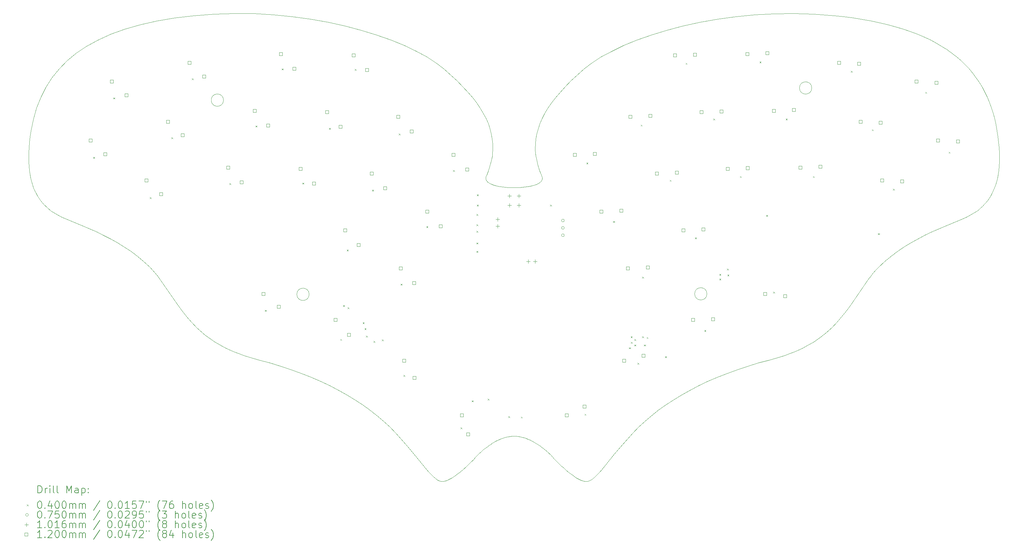
<source format=gbr>
%TF.GenerationSoftware,KiCad,Pcbnew,6.0.11-3.fc36*%
%TF.CreationDate,2023-03-08T22:01:14-05:00*%
%TF.ProjectId,moth,6d6f7468-2e6b-4696-9361-645f70636258,v1.0.0*%
%TF.SameCoordinates,Original*%
%TF.FileFunction,Drillmap*%
%TF.FilePolarity,Positive*%
%FSLAX45Y45*%
G04 Gerber Fmt 4.5, Leading zero omitted, Abs format (unit mm)*
G04 Created by KiCad (PCBNEW 6.0.11-3.fc36) date 2023-03-08 22:01:14*
%MOMM*%
%LPD*%
G01*
G04 APERTURE LIST*
%ADD10C,0.100000*%
%ADD11C,0.050000*%
%ADD12C,0.200000*%
%ADD13C,0.040000*%
%ADD14C,0.075000*%
%ADD15C,0.101600*%
%ADD16C,0.120000*%
G04 APERTURE END LIST*
D10*
X13255436Y-8724015D02*
X13780568Y-8753105D01*
X14293673Y-8802817D01*
X14792218Y-8871470D01*
X15273671Y-8957382D01*
X15735500Y-9058872D01*
X16175172Y-9174259D01*
X16590154Y-9301862D01*
X16977916Y-9439999D01*
X17335923Y-9586989D01*
X17661644Y-9741150D01*
X17952546Y-9900802D01*
X18206096Y-10064263D01*
X18419764Y-10229852D01*
X18604700Y-10393526D01*
X18774019Y-10552645D01*
X18928125Y-10707627D01*
X19067423Y-10858893D01*
X19192320Y-11006862D01*
X19303219Y-11151953D01*
X19400528Y-11294587D01*
X19484650Y-11435183D01*
X19555992Y-11574160D01*
X19614958Y-11711938D01*
X19661955Y-11848937D01*
X19697387Y-11985576D01*
X19721661Y-12122275D01*
X19735180Y-12259453D01*
X19738351Y-12397531D01*
X19731579Y-12536927D01*
X19724404Y-12585890D01*
X19710925Y-12653644D01*
X19692501Y-12733999D01*
X19670487Y-12820766D01*
X19646241Y-12907756D01*
X19621119Y-12988781D01*
X19608654Y-13025122D01*
X19596478Y-13057651D01*
X19584762Y-13085593D01*
X19573675Y-13108176D01*
X19562258Y-13132606D01*
X19554682Y-13155906D01*
X19550779Y-13178099D01*
X19550380Y-13199210D01*
X19553317Y-13219264D01*
X19559420Y-13238284D01*
X19568522Y-13256295D01*
X19580453Y-13273321D01*
X19595046Y-13289385D01*
X19612130Y-13304513D01*
X19631538Y-13318729D01*
X19653101Y-13332056D01*
X19702017Y-13356141D01*
X19757529Y-13376964D01*
X19818287Y-13394717D01*
X19882941Y-13409594D01*
X19950143Y-13421788D01*
X20018544Y-13431494D01*
X20086793Y-13438904D01*
X20153541Y-13444213D01*
X20277140Y-13449299D01*
X20353338Y-13449299D01*
X20413030Y-13447665D01*
X20476908Y-13444406D01*
X20543624Y-13439308D01*
X20611832Y-13432156D01*
X20680182Y-13422735D01*
X20747330Y-13410832D01*
X20811925Y-13396233D01*
X20872622Y-13378722D01*
X20901088Y-13368808D01*
X20928073Y-13358086D01*
X20953410Y-13346529D01*
X20976930Y-13334110D01*
X20998465Y-13320803D01*
X21017847Y-13306580D01*
X21034906Y-13291415D01*
X21049474Y-13275282D01*
X21061384Y-13258153D01*
X21070466Y-13240001D01*
X21076552Y-13220800D01*
X21079474Y-13200523D01*
X21079064Y-13179143D01*
X21075152Y-13156634D01*
X21067571Y-13132968D01*
X21056151Y-13108119D01*
X21045077Y-13084756D01*
X21033397Y-13056244D01*
X21021276Y-13023335D01*
X21008882Y-12986781D01*
X20983939Y-12905742D01*
X20959898Y-12819137D01*
X20938089Y-12732979D01*
X20919843Y-12653279D01*
X20906491Y-12586049D01*
X20902066Y-12558988D01*
X20899363Y-12537299D01*
X20892585Y-12397899D01*
X20895742Y-12259809D01*
X20909238Y-12122612D01*
X20933481Y-11985889D01*
X20968878Y-11849221D01*
X21015836Y-11712191D01*
X21074760Y-11574379D01*
X21146058Y-11435367D01*
X21230137Y-11294737D01*
X21327404Y-11152070D01*
X21438264Y-11006947D01*
X21563125Y-10858950D01*
X21702394Y-10707660D01*
X21856477Y-10552660D01*
X22025781Y-10393529D01*
X22210713Y-10229851D01*
X22424380Y-10064314D01*
X22677931Y-9900996D01*
X22968833Y-9741557D01*
X23294554Y-9587657D01*
X23652561Y-9440957D01*
X24040322Y-9303116D01*
X24455305Y-9175796D01*
X24894977Y-9060657D01*
X25356806Y-8959358D01*
X25838259Y-8873561D01*
X26336804Y-8804925D01*
X26849909Y-8755112D01*
X27375041Y-8725781D01*
X27909667Y-8718594D01*
X28451256Y-8735209D01*
X28997275Y-8777288D01*
X29265999Y-8807268D01*
X29524876Y-8841832D01*
X29774048Y-8880956D01*
X30013660Y-8924619D01*
X30243853Y-8972799D01*
X30464772Y-9025474D01*
X30676558Y-9082624D01*
X30879356Y-9144224D01*
X31073307Y-9210255D01*
X31258556Y-9280694D01*
X31435245Y-9355519D01*
X31603516Y-9434709D01*
X31763514Y-9518242D01*
X31915381Y-9606095D01*
X32059260Y-9698248D01*
X32195295Y-9794678D01*
X32323627Y-9895363D01*
X32444400Y-10000283D01*
X32557758Y-10109414D01*
X32663843Y-10222735D01*
X32762798Y-10340225D01*
X32854766Y-10461862D01*
X32939891Y-10587623D01*
X33018314Y-10717487D01*
X33090180Y-10851432D01*
X33155632Y-10989436D01*
X33214811Y-11131478D01*
X33267862Y-11277536D01*
X33314927Y-11427588D01*
X33356150Y-11581612D01*
X33391672Y-11739586D01*
X33421638Y-11901489D01*
X33421633Y-11901489D01*
X33445894Y-12061531D01*
X33464364Y-12214071D01*
X33477279Y-12359308D01*
X33484875Y-12497443D01*
X33487390Y-12628675D01*
X33485058Y-12753203D01*
X33478117Y-12871228D01*
X33466802Y-12982948D01*
X33451351Y-13088565D01*
X33431998Y-13188277D01*
X33408982Y-13282283D01*
X33382538Y-13370785D01*
X33352901Y-13453981D01*
X33320310Y-13532072D01*
X33285000Y-13605256D01*
X33247206Y-13673734D01*
X33207167Y-13737705D01*
X33165117Y-13797370D01*
X33121294Y-13852927D01*
X33075933Y-13904576D01*
X33029272Y-13952517D01*
X32981545Y-13996951D01*
X32932990Y-14038075D01*
X32883843Y-14076091D01*
X32784717Y-14143595D01*
X32686059Y-14201060D01*
X32589759Y-14250084D01*
X32497707Y-14292264D01*
X31986038Y-14500251D01*
X31648831Y-14648977D01*
X31468382Y-14735671D01*
X31283272Y-14831022D01*
X31095930Y-14935359D01*
X30908783Y-15049009D01*
X30724259Y-15172300D01*
X30544786Y-15305561D01*
X30372792Y-15449118D01*
X30210704Y-15603301D01*
X30134134Y-15684479D01*
X30060951Y-15768436D01*
X29991458Y-15855213D01*
X29925959Y-15944852D01*
X29448742Y-16637274D01*
X29329595Y-16797805D01*
X29206087Y-16952706D01*
X29076008Y-17101677D01*
X28937146Y-17244418D01*
X28787289Y-17380630D01*
X28624226Y-17510011D01*
X28445745Y-17632263D01*
X28249635Y-17747085D01*
X28144278Y-17801616D01*
X28033684Y-17854177D01*
X27917577Y-17904731D01*
X27795681Y-17953240D01*
X27667719Y-17999666D01*
X27533415Y-18043973D01*
X27244673Y-18126076D01*
X26945791Y-18207033D01*
X26654737Y-18294429D01*
X26371747Y-18388118D01*
X26097059Y-18487952D01*
X25830911Y-18593787D01*
X25573538Y-18705474D01*
X25325179Y-18822868D01*
X25086070Y-18945822D01*
X24856449Y-19074190D01*
X24636553Y-19207825D01*
X24426620Y-19346580D01*
X24226886Y-19490310D01*
X24037588Y-19638867D01*
X23858964Y-19792105D01*
X23691251Y-19949878D01*
X23534686Y-20112039D01*
X23390750Y-20271158D01*
X23260089Y-20419909D01*
X23141693Y-20558308D01*
X23034549Y-20686368D01*
X22698272Y-21095497D01*
X22632219Y-21172071D01*
X22571350Y-21238390D01*
X22542543Y-21267708D01*
X22514652Y-21294468D01*
X22487552Y-21318671D01*
X22461115Y-21340319D01*
X22435215Y-21359413D01*
X22409726Y-21375956D01*
X22384521Y-21389949D01*
X22359475Y-21401394D01*
X22334459Y-21410292D01*
X22309349Y-21416646D01*
X22284017Y-21420457D01*
X22258337Y-21421727D01*
X22231589Y-21419965D01*
X22203243Y-21414828D01*
X22173460Y-21406541D01*
X22142400Y-21395329D01*
X22110224Y-21381417D01*
X22077092Y-21365031D01*
X22043165Y-21346394D01*
X22008603Y-21325733D01*
X21938217Y-21279236D01*
X21867217Y-21227339D01*
X21796886Y-21171842D01*
X21728509Y-21114546D01*
X21663368Y-21057249D01*
X21602749Y-21001752D01*
X21500206Y-20903358D01*
X21405849Y-20807364D01*
X21319901Y-20713378D01*
X21219247Y-20616742D01*
X21156477Y-20562092D01*
X21086167Y-20505539D01*
X21008879Y-20448818D01*
X20925181Y-20393666D01*
X20835637Y-20341821D01*
X20740811Y-20295021D01*
X20691595Y-20274055D01*
X20641270Y-20255001D01*
X20589907Y-20238077D01*
X20537577Y-20223500D01*
X20484351Y-20211486D01*
X20430299Y-20202254D01*
X20375492Y-20196019D01*
X20320000Y-20193000D01*
X20264927Y-20195600D01*
X20210486Y-20201469D01*
X20156749Y-20210387D01*
X20103790Y-20222133D01*
X20051682Y-20236489D01*
X20000499Y-20253234D01*
X19950313Y-20272148D01*
X19901198Y-20293013D01*
X19853227Y-20315607D01*
X19806474Y-20339712D01*
X19761011Y-20365108D01*
X19716912Y-20391574D01*
X19674250Y-20418892D01*
X19633098Y-20446841D01*
X19555620Y-20503754D01*
X19485061Y-20560555D01*
X19422009Y-20615487D01*
X19367050Y-20666791D01*
X19320769Y-20712709D01*
X19256587Y-20781356D01*
X19234151Y-20807364D01*
X19139794Y-20903358D01*
X19037251Y-21001752D01*
X18911492Y-21114546D01*
X18843114Y-21171842D01*
X18772784Y-21227339D01*
X18701783Y-21279236D01*
X18631397Y-21325733D01*
X18562908Y-21365031D01*
X18529776Y-21381417D01*
X18497600Y-21395329D01*
X18466540Y-21406541D01*
X18436757Y-21414828D01*
X18408411Y-21419965D01*
X18381663Y-21421727D01*
X18330651Y-21416646D01*
X18280525Y-21401394D01*
X18230274Y-21375956D01*
X18178885Y-21340319D01*
X18125348Y-21294468D01*
X18068650Y-21238390D01*
X18007781Y-21172071D01*
X17941728Y-21095497D01*
X17605451Y-20686368D01*
X17379911Y-20419909D01*
X17249251Y-20271158D01*
X17105314Y-20112039D01*
X16948749Y-19949878D01*
X16781036Y-19792105D01*
X16602412Y-19638867D01*
X16413114Y-19490310D01*
X16213380Y-19346580D01*
X16003446Y-19207825D01*
X15783551Y-19074190D01*
X15553930Y-18945822D01*
X15314821Y-18822868D01*
X15066462Y-18705474D01*
X14809089Y-18593787D01*
X14542940Y-18487952D01*
X14268252Y-18388118D01*
X13985263Y-18294429D01*
X13694208Y-18207033D01*
X13395326Y-18126076D01*
X13247508Y-18086122D01*
X13106585Y-18043973D01*
X12972280Y-17999667D01*
X12844318Y-17953240D01*
X12722422Y-17904732D01*
X12606315Y-17854178D01*
X12495722Y-17801617D01*
X12390364Y-17747086D01*
X12289968Y-17690622D01*
X12194254Y-17632264D01*
X12102948Y-17572048D01*
X12015773Y-17510012D01*
X11932453Y-17446194D01*
X11852710Y-17380630D01*
X11702853Y-17244419D01*
X11563990Y-17101678D01*
X11433911Y-16952707D01*
X11310404Y-16797806D01*
X11191256Y-16637275D01*
X10714039Y-15944852D01*
X10648121Y-15855632D01*
X10578262Y-15769221D01*
X10504764Y-15685578D01*
X10427926Y-15604668D01*
X10348050Y-15526450D01*
X10265437Y-15450886D01*
X10093202Y-15307569D01*
X9913629Y-15174410D01*
X9729122Y-15051101D01*
X9542091Y-14937336D01*
X9354941Y-14832807D01*
X9170079Y-14737208D01*
X8989912Y-14650232D01*
X8653291Y-14500920D01*
X8142289Y-14292264D01*
X8048561Y-14250084D01*
X7950794Y-14201060D01*
X7850864Y-14143595D01*
X7750648Y-14076091D01*
X7652022Y-13996950D01*
X7556864Y-13904575D01*
X7467050Y-13797369D01*
X7384456Y-13673734D01*
X7346453Y-13605256D01*
X7310960Y-13532071D01*
X7278209Y-13453981D01*
X7248437Y-13370785D01*
X7221877Y-13282283D01*
X7198764Y-13188276D01*
X7179333Y-13088565D01*
X7163819Y-12982948D01*
X7152455Y-12871228D01*
X7145477Y-12753203D01*
X7143119Y-12628675D01*
X7145615Y-12497443D01*
X7153201Y-12359308D01*
X7166110Y-12214071D01*
X7184578Y-12061531D01*
X7208839Y-11901489D01*
X7274328Y-11581664D01*
X7362616Y-11277732D01*
X7474846Y-10989845D01*
X7612163Y-10718157D01*
X7775711Y-10462821D01*
X7966635Y-10223992D01*
X8186077Y-10001822D01*
X8435183Y-9796465D01*
X8715096Y-9608074D01*
X9026961Y-9436803D01*
X9371921Y-9282806D01*
X9751121Y-9146235D01*
X10165705Y-9027245D01*
X10616817Y-8925988D01*
X11105601Y-8842619D01*
X11633202Y-8777290D01*
X12179221Y-8734426D01*
X12720810Y-8717228D01*
X13255436Y-8724015D01*
D11*
X14757400Y-16344900D02*
G75*
G03*
X14757400Y-16344900I-167042J0D01*
G01*
X25552400Y-16332200D02*
G75*
G03*
X25552400Y-16332200I-167042J0D01*
G01*
X12433300Y-11074400D02*
G75*
G03*
X12433300Y-11074400I-167042J0D01*
G01*
X28397200Y-10744200D02*
G75*
G03*
X28397200Y-10744200I-167042J0D01*
G01*
D12*
D13*
X8895400Y-12616500D02*
X8935400Y-12656500D01*
X8935400Y-12616500D02*
X8895400Y-12656500D01*
X9441500Y-11003600D02*
X9481500Y-11043600D01*
X9481500Y-11003600D02*
X9441500Y-11043600D01*
X10432100Y-13708700D02*
X10472100Y-13748700D01*
X10472100Y-13708700D02*
X10432100Y-13748700D01*
X11016300Y-12083100D02*
X11056300Y-12123100D01*
X11056300Y-12083100D02*
X11016300Y-12123100D01*
X11575100Y-10482900D02*
X11615100Y-10522900D01*
X11615100Y-10482900D02*
X11575100Y-10522900D01*
X12591100Y-13327700D02*
X12631100Y-13367700D01*
X12631100Y-13327700D02*
X12591100Y-13367700D01*
X13302300Y-11765600D02*
X13342300Y-11805600D01*
X13342300Y-11765600D02*
X13302300Y-11805600D01*
X13556300Y-16769400D02*
X13596300Y-16809400D01*
X13596300Y-16769400D02*
X13556300Y-16809400D01*
X14013500Y-10216200D02*
X14053500Y-10256200D01*
X14053500Y-10216200D02*
X14013500Y-10256200D01*
X14572300Y-13315000D02*
X14612300Y-13355000D01*
X14612300Y-13315000D02*
X14572300Y-13355000D01*
X15296200Y-11829100D02*
X15336200Y-11869100D01*
X15336200Y-11829100D02*
X15296200Y-11869100D01*
X15601000Y-17556800D02*
X15641000Y-17596800D01*
X15641000Y-17556800D02*
X15601000Y-17596800D01*
X15678477Y-16641123D02*
X15718477Y-16681123D01*
X15718477Y-16641123D02*
X15678477Y-16681123D01*
X15778800Y-15131100D02*
X15818800Y-15171100D01*
X15818800Y-15131100D02*
X15778800Y-15171100D01*
X15798421Y-16698979D02*
X15838421Y-16738979D01*
X15838421Y-16698979D02*
X15798421Y-16738979D01*
X15994700Y-10228900D02*
X16034700Y-10268900D01*
X16034700Y-10228900D02*
X15994700Y-10268900D01*
X16211263Y-17104191D02*
X16251263Y-17144191D01*
X16251263Y-17104191D02*
X16211263Y-17144191D01*
X16261400Y-17264700D02*
X16301400Y-17304700D01*
X16301400Y-17264700D02*
X16261400Y-17304700D01*
X16302063Y-17467900D02*
X16342063Y-17507900D01*
X16342063Y-17467900D02*
X16302063Y-17507900D01*
X16464600Y-13505500D02*
X16504600Y-13545500D01*
X16504600Y-13505500D02*
X16464600Y-13545500D01*
X16502700Y-17613739D02*
X16542700Y-17653739D01*
X16542700Y-17613739D02*
X16502700Y-17653739D01*
X16731300Y-17568339D02*
X16771300Y-17608339D01*
X16771300Y-17568339D02*
X16731300Y-17608339D01*
X17188500Y-11981500D02*
X17228500Y-12021500D01*
X17228500Y-11981500D02*
X17188500Y-12021500D01*
X17239300Y-16058200D02*
X17279300Y-16098200D01*
X17279300Y-16058200D02*
X17239300Y-16098200D01*
X17315500Y-18534700D02*
X17355500Y-18574700D01*
X17355500Y-18534700D02*
X17315500Y-18574700D01*
X17937800Y-14496100D02*
X17977800Y-14536100D01*
X17977800Y-14496100D02*
X17937800Y-14536100D01*
X18661700Y-12972100D02*
X18701700Y-13012100D01*
X18701700Y-12972100D02*
X18661700Y-13012100D01*
X18864900Y-19957100D02*
X18904900Y-19997100D01*
X18904900Y-19957100D02*
X18864900Y-19997100D01*
X19169700Y-19224050D02*
X19209700Y-19264050D01*
X19209700Y-19224050D02*
X19169700Y-19264050D01*
X19296700Y-14165900D02*
X19336700Y-14205900D01*
X19336700Y-14165900D02*
X19296700Y-14205900D01*
X19296700Y-14445300D02*
X19336700Y-14485300D01*
X19336700Y-14445300D02*
X19296700Y-14485300D01*
X19296700Y-14940600D02*
X19336700Y-14980600D01*
X19336700Y-14940600D02*
X19296700Y-14980600D01*
X19296700Y-15169200D02*
X19336700Y-15209200D01*
X19336700Y-15169200D02*
X19296700Y-15209200D01*
X19296919Y-14622881D02*
X19336919Y-14662881D01*
X19336919Y-14622881D02*
X19296919Y-14662881D01*
X19309400Y-13632500D02*
X19349400Y-13672500D01*
X19349400Y-13632500D02*
X19309400Y-13672500D01*
X19309400Y-13911900D02*
X19349400Y-13951900D01*
X19349400Y-13911900D02*
X19309400Y-13951900D01*
X19601500Y-19178650D02*
X19641500Y-19218650D01*
X19641500Y-19178650D02*
X19601500Y-19218650D01*
X20160300Y-19652300D02*
X20200300Y-19692300D01*
X20200300Y-19652300D02*
X20160300Y-19692300D01*
X20503200Y-19665000D02*
X20543200Y-19705000D01*
X20543200Y-19665000D02*
X20503200Y-19705000D01*
X21294150Y-13911900D02*
X21334150Y-13951900D01*
X21334150Y-13911900D02*
X21294150Y-13951900D01*
X22230400Y-19588800D02*
X22270400Y-19628800D01*
X22270400Y-19588800D02*
X22230400Y-19628800D01*
X22281200Y-12768900D02*
X22321200Y-12808900D01*
X22321200Y-12768900D02*
X22281200Y-12808900D01*
X23005100Y-14356400D02*
X23045100Y-14396400D01*
X23045100Y-14356400D02*
X23005100Y-14396400D01*
X23436900Y-17785400D02*
X23476900Y-17825400D01*
X23476900Y-17785400D02*
X23436900Y-17825400D01*
X23484767Y-17487700D02*
X23524767Y-17527700D01*
X23524767Y-17487700D02*
X23484767Y-17527700D01*
X23489963Y-17636550D02*
X23529963Y-17676550D01*
X23529963Y-17636550D02*
X23489963Y-17676550D01*
X23580150Y-17560350D02*
X23620150Y-17600350D01*
X23620150Y-17560350D02*
X23580150Y-17600350D01*
X23580150Y-17709200D02*
X23620150Y-17749200D01*
X23620150Y-17709200D02*
X23580150Y-17749200D01*
X23665500Y-18204500D02*
X23705500Y-18244500D01*
X23705500Y-18204500D02*
X23665500Y-18244500D01*
X23754400Y-11740200D02*
X23794400Y-11780200D01*
X23794400Y-11740200D02*
X23754400Y-11780200D01*
X23792500Y-15867700D02*
X23832500Y-15907700D01*
X23832500Y-15867700D02*
X23792500Y-15907700D01*
X23792500Y-17487700D02*
X23832500Y-17527700D01*
X23832500Y-17487700D02*
X23792500Y-17527700D01*
X23843300Y-17709200D02*
X23883300Y-17749200D01*
X23883300Y-17709200D02*
X23843300Y-17749200D01*
X23915950Y-17506000D02*
X23955950Y-17546000D01*
X23955950Y-17506000D02*
X23915950Y-17546000D01*
X24414800Y-18026700D02*
X24454800Y-18066700D01*
X24454800Y-18026700D02*
X24414800Y-18066700D01*
X24541800Y-13238800D02*
X24581800Y-13278800D01*
X24581800Y-13238800D02*
X24541800Y-13278800D01*
X24973600Y-10063800D02*
X25013600Y-10103800D01*
X25013600Y-10063800D02*
X24973600Y-10103800D01*
X25227600Y-14800900D02*
X25267600Y-14840900D01*
X25267600Y-14800900D02*
X25227600Y-14840900D01*
X25481600Y-17315500D02*
X25521600Y-17355500D01*
X25521600Y-17315500D02*
X25481600Y-17355500D01*
X25722900Y-11575100D02*
X25762900Y-11615100D01*
X25762900Y-11575100D02*
X25722900Y-11615100D01*
X25888000Y-15791500D02*
X25928000Y-15831500D01*
X25928000Y-15791500D02*
X25888000Y-15831500D01*
X25888000Y-15918500D02*
X25928000Y-15958500D01*
X25928000Y-15918500D02*
X25888000Y-15958500D01*
X26094950Y-15645450D02*
X26134950Y-15685450D01*
X26134950Y-15645450D02*
X26094950Y-15685450D01*
X26108861Y-15805748D02*
X26148861Y-15845748D01*
X26148861Y-15805748D02*
X26108861Y-15845748D01*
X26446800Y-13137200D02*
X26486800Y-13177200D01*
X26486800Y-13137200D02*
X26446800Y-13177200D01*
X26980200Y-10025700D02*
X27020200Y-10065700D01*
X27020200Y-10025700D02*
X26980200Y-10065700D01*
X27158000Y-14191300D02*
X27198000Y-14231300D01*
X27198000Y-14191300D02*
X27158000Y-14231300D01*
X27348500Y-16274100D02*
X27388500Y-16314100D01*
X27388500Y-16274100D02*
X27348500Y-16314100D01*
X27691400Y-11575100D02*
X27731400Y-11615100D01*
X27731400Y-11575100D02*
X27691400Y-11615100D01*
X28428000Y-13137200D02*
X28468000Y-13177200D01*
X28468000Y-13137200D02*
X28428000Y-13177200D01*
X29456700Y-10279700D02*
X29496700Y-10319700D01*
X29496700Y-10279700D02*
X29456700Y-10319700D01*
X30028200Y-11867200D02*
X30068200Y-11907200D01*
X30068200Y-11867200D02*
X30028200Y-11907200D01*
X30193300Y-14686600D02*
X30233300Y-14726600D01*
X30233300Y-14686600D02*
X30193300Y-14726600D01*
X30599700Y-13480100D02*
X30639700Y-13520100D01*
X30639700Y-13480100D02*
X30599700Y-13520100D01*
X31476000Y-10851200D02*
X31516000Y-10891200D01*
X31516000Y-10851200D02*
X31476000Y-10891200D01*
X32111000Y-12476800D02*
X32151000Y-12516800D01*
X32151000Y-12476800D02*
X32111000Y-12516800D01*
D14*
X21680600Y-14341500D02*
G75*
G03*
X21680600Y-14341500I-37500J0D01*
G01*
X21680600Y-14541500D02*
G75*
G03*
X21680600Y-14541500I-37500J0D01*
G01*
X21680600Y-14741500D02*
G75*
G03*
X21680600Y-14741500I-37500J0D01*
G01*
D15*
X19875500Y-14255800D02*
X19875500Y-14357400D01*
X19824700Y-14306600D02*
X19926300Y-14306600D01*
X19875500Y-14446300D02*
X19875500Y-14547900D01*
X19824700Y-14497100D02*
X19926300Y-14497100D01*
X20193000Y-13620800D02*
X20193000Y-13722400D01*
X20142200Y-13671600D02*
X20243800Y-13671600D01*
X20193000Y-13874800D02*
X20193000Y-13976400D01*
X20142200Y-13925600D02*
X20243800Y-13925600D01*
X20447000Y-13620800D02*
X20447000Y-13722400D01*
X20396200Y-13671600D02*
X20497800Y-13671600D01*
X20447000Y-13874800D02*
X20447000Y-13976400D01*
X20396200Y-13925600D02*
X20497800Y-13925600D01*
X20701000Y-15398800D02*
X20701000Y-15500400D01*
X20650200Y-15449600D02*
X20751800Y-15449600D01*
X20891500Y-15398800D02*
X20891500Y-15500400D01*
X20840700Y-15449600D02*
X20942300Y-15449600D01*
D16*
X8862348Y-12210562D02*
X8862348Y-12125708D01*
X8777494Y-12125708D01*
X8777494Y-12210562D01*
X8862348Y-12210562D01*
X9260370Y-12578907D02*
X9260370Y-12494053D01*
X9175516Y-12494053D01*
X9175516Y-12578907D01*
X9260370Y-12578907D01*
X9443782Y-10613084D02*
X9443782Y-10528231D01*
X9358929Y-10528231D01*
X9358929Y-10613084D01*
X9443782Y-10613084D01*
X9841804Y-10981430D02*
X9841804Y-10896576D01*
X9756951Y-10896576D01*
X9756951Y-10981430D01*
X9841804Y-10981430D01*
X10382785Y-13296044D02*
X10382785Y-13211191D01*
X10297931Y-13211191D01*
X10297931Y-13296044D01*
X10382785Y-13296044D01*
X10780807Y-13664390D02*
X10780807Y-13579536D01*
X10695953Y-13579536D01*
X10695953Y-13664390D01*
X10780807Y-13664390D01*
X10964219Y-11698567D02*
X10964219Y-11613713D01*
X10879365Y-11613713D01*
X10879365Y-11698567D01*
X10964219Y-11698567D01*
X11362241Y-12066912D02*
X11362241Y-11982059D01*
X11277387Y-11982059D01*
X11277387Y-12066912D01*
X11362241Y-12066912D01*
X11545653Y-10101089D02*
X11545653Y-10016236D01*
X11460799Y-10016236D01*
X11460799Y-10101089D01*
X11545653Y-10101089D01*
X11943675Y-10469435D02*
X11943675Y-10384581D01*
X11858821Y-10384581D01*
X11858821Y-10469435D01*
X11943675Y-10469435D01*
X12596924Y-12943864D02*
X12596924Y-12859011D01*
X12512070Y-12859011D01*
X12512070Y-12943864D01*
X12596924Y-12943864D01*
X12961328Y-13345498D02*
X12961328Y-13260644D01*
X12876474Y-13260644D01*
X12876474Y-13345498D01*
X12961328Y-13345498D01*
X13315375Y-11403141D02*
X13315375Y-11318287D01*
X13230521Y-11318287D01*
X13230521Y-11403141D01*
X13315375Y-11403141D01*
X13554148Y-16375681D02*
X13554148Y-16290827D01*
X13469294Y-16290827D01*
X13469294Y-16375681D01*
X13554148Y-16375681D01*
X13679779Y-11804775D02*
X13679779Y-11719921D01*
X13594925Y-11719921D01*
X13594925Y-11804775D01*
X13679779Y-11804775D01*
X13970902Y-16722691D02*
X13970902Y-16637837D01*
X13886049Y-16637837D01*
X13886049Y-16722691D01*
X13970902Y-16722691D01*
X14033826Y-9862418D02*
X14033826Y-9777564D01*
X13948972Y-9777564D01*
X13948972Y-9862418D01*
X14033826Y-9862418D01*
X14398230Y-10264052D02*
X14398230Y-10179198D01*
X14313376Y-10179198D01*
X14313376Y-10264052D01*
X14398230Y-10264052D01*
X14566373Y-12979531D02*
X14566373Y-12894677D01*
X14481519Y-12894677D01*
X14481519Y-12979531D01*
X14566373Y-12979531D01*
X14930777Y-13381165D02*
X14930777Y-13296311D01*
X14845923Y-13296311D01*
X14845923Y-13381165D01*
X14930777Y-13381165D01*
X15284824Y-11438808D02*
X15284824Y-11353954D01*
X15199970Y-11353954D01*
X15199970Y-11438808D01*
X15284824Y-11438808D01*
X15508605Y-17081095D02*
X15508605Y-16996242D01*
X15423751Y-16996242D01*
X15423751Y-17081095D01*
X15508605Y-17081095D01*
X15649228Y-11840442D02*
X15649228Y-11755588D01*
X15564374Y-11755588D01*
X15564374Y-11840442D01*
X15649228Y-11840442D01*
X15775108Y-14646552D02*
X15775108Y-14561698D01*
X15690255Y-14561698D01*
X15690255Y-14646552D01*
X15775108Y-14646552D01*
X15873009Y-17482729D02*
X15873009Y-17397875D01*
X15788155Y-17397875D01*
X15788155Y-17482729D01*
X15873009Y-17482729D01*
X16003275Y-9898085D02*
X16003275Y-9813231D01*
X15918421Y-9813231D01*
X15918421Y-9898085D01*
X16003275Y-9898085D01*
X16139512Y-15048185D02*
X16139512Y-14963332D01*
X16054659Y-14963332D01*
X16054659Y-15048185D01*
X16139512Y-15048185D01*
X16367679Y-10299718D02*
X16367679Y-10214865D01*
X16282825Y-10214865D01*
X16282825Y-10299718D01*
X16367679Y-10299718D01*
X16493559Y-13105828D02*
X16493559Y-13020975D01*
X16408706Y-13020975D01*
X16408706Y-13105828D01*
X16493559Y-13105828D01*
X16857964Y-13507462D02*
X16857964Y-13422609D01*
X16773110Y-13422609D01*
X16773110Y-13507462D01*
X16857964Y-13507462D01*
X17212011Y-11565105D02*
X17212011Y-11480252D01*
X17127157Y-11480252D01*
X17127157Y-11565105D01*
X17212011Y-11565105D01*
X17279677Y-15679157D02*
X17279677Y-15594303D01*
X17194823Y-15594303D01*
X17194823Y-15679157D01*
X17279677Y-15679157D01*
X17378830Y-18187767D02*
X17378830Y-18102914D01*
X17293977Y-18102914D01*
X17293977Y-18187767D01*
X17378830Y-18187767D01*
X17576415Y-11966739D02*
X17576415Y-11881885D01*
X17491561Y-11881885D01*
X17491561Y-11966739D01*
X17576415Y-11966739D01*
X17644081Y-16080791D02*
X17644081Y-15995937D01*
X17559227Y-15995937D01*
X17559227Y-16080791D01*
X17644081Y-16080791D01*
X17651767Y-18656388D02*
X17651767Y-18571535D01*
X17566913Y-18571535D01*
X17566913Y-18656388D01*
X17651767Y-18656388D01*
X17998128Y-14138434D02*
X17998128Y-14053580D01*
X17913274Y-14053580D01*
X17913274Y-14138434D01*
X17998128Y-14138434D01*
X18362532Y-14540067D02*
X18362532Y-14455214D01*
X18277678Y-14455214D01*
X18277678Y-14540067D01*
X18362532Y-14540067D01*
X18716579Y-12597710D02*
X18716579Y-12512857D01*
X18631725Y-12512857D01*
X18631725Y-12597710D01*
X18716579Y-12597710D01*
X18940054Y-19672217D02*
X18940054Y-19587363D01*
X18855200Y-19587363D01*
X18855200Y-19672217D01*
X18940054Y-19672217D01*
X19080983Y-12999344D02*
X19080983Y-12914491D01*
X18996129Y-12914491D01*
X18996129Y-12999344D01*
X19080983Y-12999344D01*
X19109594Y-20187344D02*
X19109594Y-20102490D01*
X19024741Y-20102490D01*
X19024741Y-20187344D01*
X19109594Y-20187344D01*
X21784800Y-19672217D02*
X21784800Y-19587363D01*
X21699946Y-19587363D01*
X21699946Y-19672217D01*
X21784800Y-19672217D01*
X22008275Y-12597710D02*
X22008275Y-12512857D01*
X21923421Y-12512857D01*
X21923421Y-12597710D01*
X22008275Y-12597710D01*
X22271319Y-19432634D02*
X22271319Y-19347781D01*
X22186465Y-19347781D01*
X22186465Y-19432634D01*
X22271319Y-19432634D01*
X22550178Y-12576726D02*
X22550178Y-12491872D01*
X22465325Y-12491872D01*
X22465325Y-12576726D01*
X22550178Y-12576726D01*
X22726726Y-14138434D02*
X22726726Y-14053580D01*
X22641872Y-14053580D01*
X22641872Y-14138434D01*
X22726726Y-14138434D01*
X23268629Y-14117449D02*
X23268629Y-14032595D01*
X23183776Y-14032595D01*
X23183776Y-14117449D01*
X23268629Y-14117449D01*
X23346024Y-18187767D02*
X23346024Y-18102914D01*
X23261170Y-18102914D01*
X23261170Y-18187767D01*
X23346024Y-18187767D01*
X23445177Y-15679157D02*
X23445177Y-15594303D01*
X23360323Y-15594303D01*
X23360323Y-15679157D01*
X23445177Y-15679157D01*
X23512843Y-11565105D02*
X23512843Y-11480252D01*
X23427990Y-11480252D01*
X23427990Y-11565105D01*
X23512843Y-11565105D01*
X23871722Y-18054573D02*
X23871722Y-17969720D01*
X23786869Y-17969720D01*
X23786869Y-18054573D01*
X23871722Y-18054573D01*
X23987080Y-15658172D02*
X23987080Y-15573319D01*
X23902227Y-15573319D01*
X23902227Y-15658172D01*
X23987080Y-15658172D01*
X24054747Y-11544121D02*
X24054747Y-11459267D01*
X23969893Y-11459267D01*
X23969893Y-11544121D01*
X24054747Y-11544121D01*
X24231294Y-13105828D02*
X24231294Y-13020975D01*
X24146441Y-13020975D01*
X24146441Y-13105828D01*
X24231294Y-13105828D01*
X24721579Y-9898085D02*
X24721579Y-9813231D01*
X24636725Y-9813231D01*
X24636725Y-9898085D01*
X24721579Y-9898085D01*
X24773198Y-13084844D02*
X24773198Y-12999990D01*
X24688344Y-12999990D01*
X24688344Y-13084844D01*
X24773198Y-13084844D01*
X24949745Y-14646552D02*
X24949745Y-14561698D01*
X24864892Y-14561698D01*
X24864892Y-14646552D01*
X24949745Y-14646552D01*
X25216249Y-17081095D02*
X25216249Y-16996242D01*
X25131395Y-16996242D01*
X25131395Y-17081095D01*
X25216249Y-17081095D01*
X25263483Y-9877100D02*
X25263483Y-9792246D01*
X25178629Y-9792246D01*
X25178629Y-9877100D01*
X25263483Y-9877100D01*
X25440030Y-11438808D02*
X25440030Y-11353954D01*
X25355176Y-11353954D01*
X25355176Y-11438808D01*
X25440030Y-11438808D01*
X25491649Y-14625567D02*
X25491649Y-14540714D01*
X25406795Y-14540714D01*
X25406795Y-14625567D01*
X25491649Y-14625567D01*
X25758152Y-17060111D02*
X25758152Y-16975257D01*
X25673299Y-16975257D01*
X25673299Y-17060111D01*
X25758152Y-17060111D01*
X25981934Y-11417823D02*
X25981934Y-11332970D01*
X25897080Y-11332970D01*
X25897080Y-11417823D01*
X25981934Y-11417823D01*
X26158481Y-12979531D02*
X26158481Y-12894677D01*
X26073627Y-12894677D01*
X26073627Y-12979531D01*
X26158481Y-12979531D01*
X26691028Y-9862418D02*
X26691028Y-9777564D01*
X26606174Y-9777564D01*
X26606174Y-9862418D01*
X26691028Y-9862418D01*
X26700385Y-12958546D02*
X26700385Y-12873693D01*
X26615531Y-12873693D01*
X26615531Y-12958546D01*
X26700385Y-12958546D01*
X27170706Y-16375681D02*
X27170706Y-16290827D01*
X27085852Y-16290827D01*
X27085852Y-16375681D01*
X27170706Y-16375681D01*
X27232931Y-9841433D02*
X27232931Y-9756580D01*
X27148078Y-9756580D01*
X27148078Y-9841433D01*
X27232931Y-9841433D01*
X27409479Y-11403141D02*
X27409479Y-11318287D01*
X27324625Y-11318287D01*
X27324625Y-11403141D01*
X27409479Y-11403141D01*
X27710256Y-16430319D02*
X27710256Y-16345465D01*
X27625403Y-16345465D01*
X27625403Y-16430319D01*
X27710256Y-16430319D01*
X27951382Y-11382157D02*
X27951382Y-11297303D01*
X27866529Y-11297303D01*
X27866529Y-11382157D01*
X27951382Y-11382157D01*
X28127930Y-12943864D02*
X28127930Y-12859011D01*
X28043076Y-12859011D01*
X28043076Y-12943864D01*
X28127930Y-12943864D01*
X28669833Y-12922880D02*
X28669833Y-12838026D01*
X28584980Y-12838026D01*
X28584980Y-12922880D01*
X28669833Y-12922880D01*
X29179201Y-10101089D02*
X29179201Y-10016236D01*
X29094347Y-10016236D01*
X29094347Y-10101089D01*
X29179201Y-10101089D01*
X29720871Y-10127415D02*
X29720871Y-10042561D01*
X29636018Y-10042561D01*
X29636018Y-10127415D01*
X29720871Y-10127415D01*
X29760635Y-11698567D02*
X29760635Y-11613713D01*
X29675781Y-11613713D01*
X29675781Y-11698567D01*
X29760635Y-11698567D01*
X30302305Y-11724892D02*
X30302305Y-11640038D01*
X30217452Y-11640038D01*
X30217452Y-11724892D01*
X30302305Y-11724892D01*
X30342069Y-13296044D02*
X30342069Y-13211191D01*
X30257216Y-13211191D01*
X30257216Y-13296044D01*
X30342069Y-13296044D01*
X30883740Y-13322369D02*
X30883740Y-13237516D01*
X30798886Y-13237516D01*
X30798886Y-13322369D01*
X30883740Y-13322369D01*
X31281072Y-10613084D02*
X31281072Y-10528231D01*
X31196218Y-10528231D01*
X31196218Y-10613084D01*
X31281072Y-10613084D01*
X31822742Y-10639410D02*
X31822742Y-10554556D01*
X31737889Y-10554556D01*
X31737889Y-10639410D01*
X31822742Y-10639410D01*
X31862506Y-12210562D02*
X31862506Y-12125708D01*
X31777652Y-12125708D01*
X31777652Y-12210562D01*
X31862506Y-12210562D01*
X32404176Y-12236887D02*
X32404176Y-12152033D01*
X32319323Y-12152033D01*
X32319323Y-12236887D01*
X32404176Y-12236887D01*
D12*
X7395738Y-21737204D02*
X7395738Y-21537204D01*
X7443357Y-21537204D01*
X7471928Y-21546727D01*
X7490976Y-21565775D01*
X7500499Y-21584823D01*
X7510023Y-21622918D01*
X7510023Y-21651489D01*
X7500499Y-21689585D01*
X7490976Y-21708632D01*
X7471928Y-21727680D01*
X7443357Y-21737204D01*
X7395738Y-21737204D01*
X7595738Y-21737204D02*
X7595738Y-21603870D01*
X7595738Y-21641965D02*
X7605261Y-21622918D01*
X7614785Y-21613394D01*
X7633833Y-21603870D01*
X7652880Y-21603870D01*
X7719547Y-21737204D02*
X7719547Y-21603870D01*
X7719547Y-21537204D02*
X7710023Y-21546727D01*
X7719547Y-21556251D01*
X7729071Y-21546727D01*
X7719547Y-21537204D01*
X7719547Y-21556251D01*
X7843357Y-21737204D02*
X7824309Y-21727680D01*
X7814785Y-21708632D01*
X7814785Y-21537204D01*
X7948119Y-21737204D02*
X7929071Y-21727680D01*
X7919547Y-21708632D01*
X7919547Y-21537204D01*
X8176690Y-21737204D02*
X8176690Y-21537204D01*
X8243357Y-21680061D01*
X8310023Y-21537204D01*
X8310023Y-21737204D01*
X8490976Y-21737204D02*
X8490976Y-21632442D01*
X8481452Y-21613394D01*
X8462404Y-21603870D01*
X8424309Y-21603870D01*
X8405261Y-21613394D01*
X8490976Y-21727680D02*
X8471928Y-21737204D01*
X8424309Y-21737204D01*
X8405261Y-21727680D01*
X8395738Y-21708632D01*
X8395738Y-21689585D01*
X8405261Y-21670537D01*
X8424309Y-21661013D01*
X8471928Y-21661013D01*
X8490976Y-21651489D01*
X8586214Y-21603870D02*
X8586214Y-21803870D01*
X8586214Y-21613394D02*
X8605261Y-21603870D01*
X8643357Y-21603870D01*
X8662404Y-21613394D01*
X8671928Y-21622918D01*
X8681452Y-21641965D01*
X8681452Y-21699108D01*
X8671928Y-21718156D01*
X8662404Y-21727680D01*
X8643357Y-21737204D01*
X8605261Y-21737204D01*
X8586214Y-21727680D01*
X8767166Y-21718156D02*
X8776690Y-21727680D01*
X8767166Y-21737204D01*
X8757642Y-21727680D01*
X8767166Y-21718156D01*
X8767166Y-21737204D01*
X8767166Y-21613394D02*
X8776690Y-21622918D01*
X8767166Y-21632442D01*
X8757642Y-21622918D01*
X8767166Y-21613394D01*
X8767166Y-21632442D01*
D13*
X7098119Y-22046727D02*
X7138119Y-22086727D01*
X7138119Y-22046727D02*
X7098119Y-22086727D01*
D12*
X7433833Y-21957204D02*
X7452880Y-21957204D01*
X7471928Y-21966727D01*
X7481452Y-21976251D01*
X7490976Y-21995299D01*
X7500499Y-22033394D01*
X7500499Y-22081013D01*
X7490976Y-22119108D01*
X7481452Y-22138156D01*
X7471928Y-22147680D01*
X7452880Y-22157204D01*
X7433833Y-22157204D01*
X7414785Y-22147680D01*
X7405261Y-22138156D01*
X7395738Y-22119108D01*
X7386214Y-22081013D01*
X7386214Y-22033394D01*
X7395738Y-21995299D01*
X7405261Y-21976251D01*
X7414785Y-21966727D01*
X7433833Y-21957204D01*
X7586214Y-22138156D02*
X7595738Y-22147680D01*
X7586214Y-22157204D01*
X7576690Y-22147680D01*
X7586214Y-22138156D01*
X7586214Y-22157204D01*
X7767166Y-22023870D02*
X7767166Y-22157204D01*
X7719547Y-21947680D02*
X7671928Y-22090537D01*
X7795738Y-22090537D01*
X7910023Y-21957204D02*
X7929071Y-21957204D01*
X7948119Y-21966727D01*
X7957642Y-21976251D01*
X7967166Y-21995299D01*
X7976690Y-22033394D01*
X7976690Y-22081013D01*
X7967166Y-22119108D01*
X7957642Y-22138156D01*
X7948119Y-22147680D01*
X7929071Y-22157204D01*
X7910023Y-22157204D01*
X7890976Y-22147680D01*
X7881452Y-22138156D01*
X7871928Y-22119108D01*
X7862404Y-22081013D01*
X7862404Y-22033394D01*
X7871928Y-21995299D01*
X7881452Y-21976251D01*
X7890976Y-21966727D01*
X7910023Y-21957204D01*
X8100499Y-21957204D02*
X8119547Y-21957204D01*
X8138595Y-21966727D01*
X8148119Y-21976251D01*
X8157642Y-21995299D01*
X8167166Y-22033394D01*
X8167166Y-22081013D01*
X8157642Y-22119108D01*
X8148119Y-22138156D01*
X8138595Y-22147680D01*
X8119547Y-22157204D01*
X8100499Y-22157204D01*
X8081452Y-22147680D01*
X8071928Y-22138156D01*
X8062404Y-22119108D01*
X8052880Y-22081013D01*
X8052880Y-22033394D01*
X8062404Y-21995299D01*
X8071928Y-21976251D01*
X8081452Y-21966727D01*
X8100499Y-21957204D01*
X8252880Y-22157204D02*
X8252880Y-22023870D01*
X8252880Y-22042918D02*
X8262404Y-22033394D01*
X8281452Y-22023870D01*
X8310023Y-22023870D01*
X8329071Y-22033394D01*
X8338595Y-22052442D01*
X8338595Y-22157204D01*
X8338595Y-22052442D02*
X8348119Y-22033394D01*
X8367166Y-22023870D01*
X8395738Y-22023870D01*
X8414785Y-22033394D01*
X8424309Y-22052442D01*
X8424309Y-22157204D01*
X8519547Y-22157204D02*
X8519547Y-22023870D01*
X8519547Y-22042918D02*
X8529071Y-22033394D01*
X8548119Y-22023870D01*
X8576690Y-22023870D01*
X8595738Y-22033394D01*
X8605261Y-22052442D01*
X8605261Y-22157204D01*
X8605261Y-22052442D02*
X8614785Y-22033394D01*
X8633833Y-22023870D01*
X8662404Y-22023870D01*
X8681452Y-22033394D01*
X8690976Y-22052442D01*
X8690976Y-22157204D01*
X9081452Y-21947680D02*
X8910023Y-22204823D01*
X9338595Y-21957204D02*
X9357642Y-21957204D01*
X9376690Y-21966727D01*
X9386214Y-21976251D01*
X9395738Y-21995299D01*
X9405261Y-22033394D01*
X9405261Y-22081013D01*
X9395738Y-22119108D01*
X9386214Y-22138156D01*
X9376690Y-22147680D01*
X9357642Y-22157204D01*
X9338595Y-22157204D01*
X9319547Y-22147680D01*
X9310023Y-22138156D01*
X9300500Y-22119108D01*
X9290976Y-22081013D01*
X9290976Y-22033394D01*
X9300500Y-21995299D01*
X9310023Y-21976251D01*
X9319547Y-21966727D01*
X9338595Y-21957204D01*
X9490976Y-22138156D02*
X9500500Y-22147680D01*
X9490976Y-22157204D01*
X9481452Y-22147680D01*
X9490976Y-22138156D01*
X9490976Y-22157204D01*
X9624309Y-21957204D02*
X9643357Y-21957204D01*
X9662404Y-21966727D01*
X9671928Y-21976251D01*
X9681452Y-21995299D01*
X9690976Y-22033394D01*
X9690976Y-22081013D01*
X9681452Y-22119108D01*
X9671928Y-22138156D01*
X9662404Y-22147680D01*
X9643357Y-22157204D01*
X9624309Y-22157204D01*
X9605261Y-22147680D01*
X9595738Y-22138156D01*
X9586214Y-22119108D01*
X9576690Y-22081013D01*
X9576690Y-22033394D01*
X9586214Y-21995299D01*
X9595738Y-21976251D01*
X9605261Y-21966727D01*
X9624309Y-21957204D01*
X9881452Y-22157204D02*
X9767166Y-22157204D01*
X9824309Y-22157204D02*
X9824309Y-21957204D01*
X9805261Y-21985775D01*
X9786214Y-22004823D01*
X9767166Y-22014346D01*
X10062404Y-21957204D02*
X9967166Y-21957204D01*
X9957642Y-22052442D01*
X9967166Y-22042918D01*
X9986214Y-22033394D01*
X10033833Y-22033394D01*
X10052881Y-22042918D01*
X10062404Y-22052442D01*
X10071928Y-22071489D01*
X10071928Y-22119108D01*
X10062404Y-22138156D01*
X10052881Y-22147680D01*
X10033833Y-22157204D01*
X9986214Y-22157204D01*
X9967166Y-22147680D01*
X9957642Y-22138156D01*
X10138595Y-21957204D02*
X10271928Y-21957204D01*
X10186214Y-22157204D01*
X10338595Y-21957204D02*
X10338595Y-21995299D01*
X10414785Y-21957204D02*
X10414785Y-21995299D01*
X10710023Y-22233394D02*
X10700500Y-22223870D01*
X10681452Y-22195299D01*
X10671928Y-22176251D01*
X10662404Y-22147680D01*
X10652881Y-22100061D01*
X10652881Y-22061965D01*
X10662404Y-22014346D01*
X10671928Y-21985775D01*
X10681452Y-21966727D01*
X10700500Y-21938156D01*
X10710023Y-21928632D01*
X10767166Y-21957204D02*
X10900500Y-21957204D01*
X10814785Y-22157204D01*
X11062404Y-21957204D02*
X11024309Y-21957204D01*
X11005261Y-21966727D01*
X10995738Y-21976251D01*
X10976690Y-22004823D01*
X10967166Y-22042918D01*
X10967166Y-22119108D01*
X10976690Y-22138156D01*
X10986214Y-22147680D01*
X11005261Y-22157204D01*
X11043357Y-22157204D01*
X11062404Y-22147680D01*
X11071928Y-22138156D01*
X11081452Y-22119108D01*
X11081452Y-22071489D01*
X11071928Y-22052442D01*
X11062404Y-22042918D01*
X11043357Y-22033394D01*
X11005261Y-22033394D01*
X10986214Y-22042918D01*
X10976690Y-22052442D01*
X10967166Y-22071489D01*
X11319547Y-22157204D02*
X11319547Y-21957204D01*
X11405261Y-22157204D02*
X11405261Y-22052442D01*
X11395738Y-22033394D01*
X11376690Y-22023870D01*
X11348118Y-22023870D01*
X11329071Y-22033394D01*
X11319547Y-22042918D01*
X11529071Y-22157204D02*
X11510023Y-22147680D01*
X11500499Y-22138156D01*
X11490976Y-22119108D01*
X11490976Y-22061965D01*
X11500499Y-22042918D01*
X11510023Y-22033394D01*
X11529071Y-22023870D01*
X11557642Y-22023870D01*
X11576690Y-22033394D01*
X11586214Y-22042918D01*
X11595738Y-22061965D01*
X11595738Y-22119108D01*
X11586214Y-22138156D01*
X11576690Y-22147680D01*
X11557642Y-22157204D01*
X11529071Y-22157204D01*
X11710023Y-22157204D02*
X11690976Y-22147680D01*
X11681452Y-22128632D01*
X11681452Y-21957204D01*
X11862404Y-22147680D02*
X11843357Y-22157204D01*
X11805261Y-22157204D01*
X11786214Y-22147680D01*
X11776690Y-22128632D01*
X11776690Y-22052442D01*
X11786214Y-22033394D01*
X11805261Y-22023870D01*
X11843357Y-22023870D01*
X11862404Y-22033394D01*
X11871928Y-22052442D01*
X11871928Y-22071489D01*
X11776690Y-22090537D01*
X11948118Y-22147680D02*
X11967166Y-22157204D01*
X12005261Y-22157204D01*
X12024309Y-22147680D01*
X12033833Y-22128632D01*
X12033833Y-22119108D01*
X12024309Y-22100061D01*
X12005261Y-22090537D01*
X11976690Y-22090537D01*
X11957642Y-22081013D01*
X11948118Y-22061965D01*
X11948118Y-22052442D01*
X11957642Y-22033394D01*
X11976690Y-22023870D01*
X12005261Y-22023870D01*
X12024309Y-22033394D01*
X12100499Y-22233394D02*
X12110023Y-22223870D01*
X12129071Y-22195299D01*
X12138595Y-22176251D01*
X12148118Y-22147680D01*
X12157642Y-22100061D01*
X12157642Y-22061965D01*
X12148118Y-22014346D01*
X12138595Y-21985775D01*
X12129071Y-21966727D01*
X12110023Y-21938156D01*
X12100499Y-21928632D01*
D14*
X7138119Y-22330727D02*
G75*
G03*
X7138119Y-22330727I-37500J0D01*
G01*
D12*
X7433833Y-22221204D02*
X7452880Y-22221204D01*
X7471928Y-22230727D01*
X7481452Y-22240251D01*
X7490976Y-22259299D01*
X7500499Y-22297394D01*
X7500499Y-22345013D01*
X7490976Y-22383108D01*
X7481452Y-22402156D01*
X7471928Y-22411680D01*
X7452880Y-22421203D01*
X7433833Y-22421203D01*
X7414785Y-22411680D01*
X7405261Y-22402156D01*
X7395738Y-22383108D01*
X7386214Y-22345013D01*
X7386214Y-22297394D01*
X7395738Y-22259299D01*
X7405261Y-22240251D01*
X7414785Y-22230727D01*
X7433833Y-22221204D01*
X7586214Y-22402156D02*
X7595738Y-22411680D01*
X7586214Y-22421203D01*
X7576690Y-22411680D01*
X7586214Y-22402156D01*
X7586214Y-22421203D01*
X7662404Y-22221204D02*
X7795738Y-22221204D01*
X7710023Y-22421203D01*
X7967166Y-22221204D02*
X7871928Y-22221204D01*
X7862404Y-22316442D01*
X7871928Y-22306918D01*
X7890976Y-22297394D01*
X7938595Y-22297394D01*
X7957642Y-22306918D01*
X7967166Y-22316442D01*
X7976690Y-22335489D01*
X7976690Y-22383108D01*
X7967166Y-22402156D01*
X7957642Y-22411680D01*
X7938595Y-22421203D01*
X7890976Y-22421203D01*
X7871928Y-22411680D01*
X7862404Y-22402156D01*
X8100499Y-22221204D02*
X8119547Y-22221204D01*
X8138595Y-22230727D01*
X8148119Y-22240251D01*
X8157642Y-22259299D01*
X8167166Y-22297394D01*
X8167166Y-22345013D01*
X8157642Y-22383108D01*
X8148119Y-22402156D01*
X8138595Y-22411680D01*
X8119547Y-22421203D01*
X8100499Y-22421203D01*
X8081452Y-22411680D01*
X8071928Y-22402156D01*
X8062404Y-22383108D01*
X8052880Y-22345013D01*
X8052880Y-22297394D01*
X8062404Y-22259299D01*
X8071928Y-22240251D01*
X8081452Y-22230727D01*
X8100499Y-22221204D01*
X8252880Y-22421203D02*
X8252880Y-22287870D01*
X8252880Y-22306918D02*
X8262404Y-22297394D01*
X8281452Y-22287870D01*
X8310023Y-22287870D01*
X8329071Y-22297394D01*
X8338595Y-22316442D01*
X8338595Y-22421203D01*
X8338595Y-22316442D02*
X8348119Y-22297394D01*
X8367166Y-22287870D01*
X8395738Y-22287870D01*
X8414785Y-22297394D01*
X8424309Y-22316442D01*
X8424309Y-22421203D01*
X8519547Y-22421203D02*
X8519547Y-22287870D01*
X8519547Y-22306918D02*
X8529071Y-22297394D01*
X8548119Y-22287870D01*
X8576690Y-22287870D01*
X8595738Y-22297394D01*
X8605261Y-22316442D01*
X8605261Y-22421203D01*
X8605261Y-22316442D02*
X8614785Y-22297394D01*
X8633833Y-22287870D01*
X8662404Y-22287870D01*
X8681452Y-22297394D01*
X8690976Y-22316442D01*
X8690976Y-22421203D01*
X9081452Y-22211680D02*
X8910023Y-22468823D01*
X9338595Y-22221204D02*
X9357642Y-22221204D01*
X9376690Y-22230727D01*
X9386214Y-22240251D01*
X9395738Y-22259299D01*
X9405261Y-22297394D01*
X9405261Y-22345013D01*
X9395738Y-22383108D01*
X9386214Y-22402156D01*
X9376690Y-22411680D01*
X9357642Y-22421203D01*
X9338595Y-22421203D01*
X9319547Y-22411680D01*
X9310023Y-22402156D01*
X9300500Y-22383108D01*
X9290976Y-22345013D01*
X9290976Y-22297394D01*
X9300500Y-22259299D01*
X9310023Y-22240251D01*
X9319547Y-22230727D01*
X9338595Y-22221204D01*
X9490976Y-22402156D02*
X9500500Y-22411680D01*
X9490976Y-22421203D01*
X9481452Y-22411680D01*
X9490976Y-22402156D01*
X9490976Y-22421203D01*
X9624309Y-22221204D02*
X9643357Y-22221204D01*
X9662404Y-22230727D01*
X9671928Y-22240251D01*
X9681452Y-22259299D01*
X9690976Y-22297394D01*
X9690976Y-22345013D01*
X9681452Y-22383108D01*
X9671928Y-22402156D01*
X9662404Y-22411680D01*
X9643357Y-22421203D01*
X9624309Y-22421203D01*
X9605261Y-22411680D01*
X9595738Y-22402156D01*
X9586214Y-22383108D01*
X9576690Y-22345013D01*
X9576690Y-22297394D01*
X9586214Y-22259299D01*
X9595738Y-22240251D01*
X9605261Y-22230727D01*
X9624309Y-22221204D01*
X9767166Y-22240251D02*
X9776690Y-22230727D01*
X9795738Y-22221204D01*
X9843357Y-22221204D01*
X9862404Y-22230727D01*
X9871928Y-22240251D01*
X9881452Y-22259299D01*
X9881452Y-22278346D01*
X9871928Y-22306918D01*
X9757642Y-22421203D01*
X9881452Y-22421203D01*
X9976690Y-22421203D02*
X10014785Y-22421203D01*
X10033833Y-22411680D01*
X10043357Y-22402156D01*
X10062404Y-22373584D01*
X10071928Y-22335489D01*
X10071928Y-22259299D01*
X10062404Y-22240251D01*
X10052881Y-22230727D01*
X10033833Y-22221204D01*
X9995738Y-22221204D01*
X9976690Y-22230727D01*
X9967166Y-22240251D01*
X9957642Y-22259299D01*
X9957642Y-22306918D01*
X9967166Y-22325965D01*
X9976690Y-22335489D01*
X9995738Y-22345013D01*
X10033833Y-22345013D01*
X10052881Y-22335489D01*
X10062404Y-22325965D01*
X10071928Y-22306918D01*
X10252881Y-22221204D02*
X10157642Y-22221204D01*
X10148119Y-22316442D01*
X10157642Y-22306918D01*
X10176690Y-22297394D01*
X10224309Y-22297394D01*
X10243357Y-22306918D01*
X10252881Y-22316442D01*
X10262404Y-22335489D01*
X10262404Y-22383108D01*
X10252881Y-22402156D01*
X10243357Y-22411680D01*
X10224309Y-22421203D01*
X10176690Y-22421203D01*
X10157642Y-22411680D01*
X10148119Y-22402156D01*
X10338595Y-22221204D02*
X10338595Y-22259299D01*
X10414785Y-22221204D02*
X10414785Y-22259299D01*
X10710023Y-22497394D02*
X10700500Y-22487870D01*
X10681452Y-22459299D01*
X10671928Y-22440251D01*
X10662404Y-22411680D01*
X10652881Y-22364061D01*
X10652881Y-22325965D01*
X10662404Y-22278346D01*
X10671928Y-22249775D01*
X10681452Y-22230727D01*
X10700500Y-22202156D01*
X10710023Y-22192632D01*
X10767166Y-22221204D02*
X10890976Y-22221204D01*
X10824309Y-22297394D01*
X10852881Y-22297394D01*
X10871928Y-22306918D01*
X10881452Y-22316442D01*
X10890976Y-22335489D01*
X10890976Y-22383108D01*
X10881452Y-22402156D01*
X10871928Y-22411680D01*
X10852881Y-22421203D01*
X10795738Y-22421203D01*
X10776690Y-22411680D01*
X10767166Y-22402156D01*
X11129071Y-22421203D02*
X11129071Y-22221204D01*
X11214785Y-22421203D02*
X11214785Y-22316442D01*
X11205261Y-22297394D01*
X11186214Y-22287870D01*
X11157642Y-22287870D01*
X11138595Y-22297394D01*
X11129071Y-22306918D01*
X11338595Y-22421203D02*
X11319547Y-22411680D01*
X11310023Y-22402156D01*
X11300499Y-22383108D01*
X11300499Y-22325965D01*
X11310023Y-22306918D01*
X11319547Y-22297394D01*
X11338595Y-22287870D01*
X11367166Y-22287870D01*
X11386214Y-22297394D01*
X11395738Y-22306918D01*
X11405261Y-22325965D01*
X11405261Y-22383108D01*
X11395738Y-22402156D01*
X11386214Y-22411680D01*
X11367166Y-22421203D01*
X11338595Y-22421203D01*
X11519547Y-22421203D02*
X11500499Y-22411680D01*
X11490976Y-22392632D01*
X11490976Y-22221204D01*
X11671928Y-22411680D02*
X11652880Y-22421203D01*
X11614785Y-22421203D01*
X11595738Y-22411680D01*
X11586214Y-22392632D01*
X11586214Y-22316442D01*
X11595738Y-22297394D01*
X11614785Y-22287870D01*
X11652880Y-22287870D01*
X11671928Y-22297394D01*
X11681452Y-22316442D01*
X11681452Y-22335489D01*
X11586214Y-22354537D01*
X11757642Y-22411680D02*
X11776690Y-22421203D01*
X11814785Y-22421203D01*
X11833833Y-22411680D01*
X11843357Y-22392632D01*
X11843357Y-22383108D01*
X11833833Y-22364061D01*
X11814785Y-22354537D01*
X11786214Y-22354537D01*
X11767166Y-22345013D01*
X11757642Y-22325965D01*
X11757642Y-22316442D01*
X11767166Y-22297394D01*
X11786214Y-22287870D01*
X11814785Y-22287870D01*
X11833833Y-22297394D01*
X11910023Y-22497394D02*
X11919547Y-22487870D01*
X11938595Y-22459299D01*
X11948118Y-22440251D01*
X11957642Y-22411680D01*
X11967166Y-22364061D01*
X11967166Y-22325965D01*
X11957642Y-22278346D01*
X11948118Y-22249775D01*
X11938595Y-22230727D01*
X11919547Y-22202156D01*
X11910023Y-22192632D01*
D15*
X7087319Y-22543927D02*
X7087319Y-22645527D01*
X7036519Y-22594727D02*
X7138119Y-22594727D01*
D12*
X7500499Y-22685203D02*
X7386214Y-22685203D01*
X7443357Y-22685203D02*
X7443357Y-22485203D01*
X7424309Y-22513775D01*
X7405261Y-22532823D01*
X7386214Y-22542346D01*
X7586214Y-22666156D02*
X7595738Y-22675680D01*
X7586214Y-22685203D01*
X7576690Y-22675680D01*
X7586214Y-22666156D01*
X7586214Y-22685203D01*
X7719547Y-22485203D02*
X7738595Y-22485203D01*
X7757642Y-22494727D01*
X7767166Y-22504251D01*
X7776690Y-22523299D01*
X7786214Y-22561394D01*
X7786214Y-22609013D01*
X7776690Y-22647108D01*
X7767166Y-22666156D01*
X7757642Y-22675680D01*
X7738595Y-22685203D01*
X7719547Y-22685203D01*
X7700499Y-22675680D01*
X7690976Y-22666156D01*
X7681452Y-22647108D01*
X7671928Y-22609013D01*
X7671928Y-22561394D01*
X7681452Y-22523299D01*
X7690976Y-22504251D01*
X7700499Y-22494727D01*
X7719547Y-22485203D01*
X7976690Y-22685203D02*
X7862404Y-22685203D01*
X7919547Y-22685203D02*
X7919547Y-22485203D01*
X7900499Y-22513775D01*
X7881452Y-22532823D01*
X7862404Y-22542346D01*
X8148119Y-22485203D02*
X8110023Y-22485203D01*
X8090976Y-22494727D01*
X8081452Y-22504251D01*
X8062404Y-22532823D01*
X8052880Y-22570918D01*
X8052880Y-22647108D01*
X8062404Y-22666156D01*
X8071928Y-22675680D01*
X8090976Y-22685203D01*
X8129071Y-22685203D01*
X8148119Y-22675680D01*
X8157642Y-22666156D01*
X8167166Y-22647108D01*
X8167166Y-22599489D01*
X8157642Y-22580442D01*
X8148119Y-22570918D01*
X8129071Y-22561394D01*
X8090976Y-22561394D01*
X8071928Y-22570918D01*
X8062404Y-22580442D01*
X8052880Y-22599489D01*
X8252880Y-22685203D02*
X8252880Y-22551870D01*
X8252880Y-22570918D02*
X8262404Y-22561394D01*
X8281452Y-22551870D01*
X8310023Y-22551870D01*
X8329071Y-22561394D01*
X8338595Y-22580442D01*
X8338595Y-22685203D01*
X8338595Y-22580442D02*
X8348119Y-22561394D01*
X8367166Y-22551870D01*
X8395738Y-22551870D01*
X8414785Y-22561394D01*
X8424309Y-22580442D01*
X8424309Y-22685203D01*
X8519547Y-22685203D02*
X8519547Y-22551870D01*
X8519547Y-22570918D02*
X8529071Y-22561394D01*
X8548119Y-22551870D01*
X8576690Y-22551870D01*
X8595738Y-22561394D01*
X8605261Y-22580442D01*
X8605261Y-22685203D01*
X8605261Y-22580442D02*
X8614785Y-22561394D01*
X8633833Y-22551870D01*
X8662404Y-22551870D01*
X8681452Y-22561394D01*
X8690976Y-22580442D01*
X8690976Y-22685203D01*
X9081452Y-22475680D02*
X8910023Y-22732823D01*
X9338595Y-22485203D02*
X9357642Y-22485203D01*
X9376690Y-22494727D01*
X9386214Y-22504251D01*
X9395738Y-22523299D01*
X9405261Y-22561394D01*
X9405261Y-22609013D01*
X9395738Y-22647108D01*
X9386214Y-22666156D01*
X9376690Y-22675680D01*
X9357642Y-22685203D01*
X9338595Y-22685203D01*
X9319547Y-22675680D01*
X9310023Y-22666156D01*
X9300500Y-22647108D01*
X9290976Y-22609013D01*
X9290976Y-22561394D01*
X9300500Y-22523299D01*
X9310023Y-22504251D01*
X9319547Y-22494727D01*
X9338595Y-22485203D01*
X9490976Y-22666156D02*
X9500500Y-22675680D01*
X9490976Y-22685203D01*
X9481452Y-22675680D01*
X9490976Y-22666156D01*
X9490976Y-22685203D01*
X9624309Y-22485203D02*
X9643357Y-22485203D01*
X9662404Y-22494727D01*
X9671928Y-22504251D01*
X9681452Y-22523299D01*
X9690976Y-22561394D01*
X9690976Y-22609013D01*
X9681452Y-22647108D01*
X9671928Y-22666156D01*
X9662404Y-22675680D01*
X9643357Y-22685203D01*
X9624309Y-22685203D01*
X9605261Y-22675680D01*
X9595738Y-22666156D01*
X9586214Y-22647108D01*
X9576690Y-22609013D01*
X9576690Y-22561394D01*
X9586214Y-22523299D01*
X9595738Y-22504251D01*
X9605261Y-22494727D01*
X9624309Y-22485203D01*
X9862404Y-22551870D02*
X9862404Y-22685203D01*
X9814785Y-22475680D02*
X9767166Y-22618537D01*
X9890976Y-22618537D01*
X10005261Y-22485203D02*
X10024309Y-22485203D01*
X10043357Y-22494727D01*
X10052881Y-22504251D01*
X10062404Y-22523299D01*
X10071928Y-22561394D01*
X10071928Y-22609013D01*
X10062404Y-22647108D01*
X10052881Y-22666156D01*
X10043357Y-22675680D01*
X10024309Y-22685203D01*
X10005261Y-22685203D01*
X9986214Y-22675680D01*
X9976690Y-22666156D01*
X9967166Y-22647108D01*
X9957642Y-22609013D01*
X9957642Y-22561394D01*
X9967166Y-22523299D01*
X9976690Y-22504251D01*
X9986214Y-22494727D01*
X10005261Y-22485203D01*
X10195738Y-22485203D02*
X10214785Y-22485203D01*
X10233833Y-22494727D01*
X10243357Y-22504251D01*
X10252881Y-22523299D01*
X10262404Y-22561394D01*
X10262404Y-22609013D01*
X10252881Y-22647108D01*
X10243357Y-22666156D01*
X10233833Y-22675680D01*
X10214785Y-22685203D01*
X10195738Y-22685203D01*
X10176690Y-22675680D01*
X10167166Y-22666156D01*
X10157642Y-22647108D01*
X10148119Y-22609013D01*
X10148119Y-22561394D01*
X10157642Y-22523299D01*
X10167166Y-22504251D01*
X10176690Y-22494727D01*
X10195738Y-22485203D01*
X10338595Y-22485203D02*
X10338595Y-22523299D01*
X10414785Y-22485203D02*
X10414785Y-22523299D01*
X10710023Y-22761394D02*
X10700500Y-22751870D01*
X10681452Y-22723299D01*
X10671928Y-22704251D01*
X10662404Y-22675680D01*
X10652881Y-22628061D01*
X10652881Y-22589965D01*
X10662404Y-22542346D01*
X10671928Y-22513775D01*
X10681452Y-22494727D01*
X10700500Y-22466156D01*
X10710023Y-22456632D01*
X10814785Y-22570918D02*
X10795738Y-22561394D01*
X10786214Y-22551870D01*
X10776690Y-22532823D01*
X10776690Y-22523299D01*
X10786214Y-22504251D01*
X10795738Y-22494727D01*
X10814785Y-22485203D01*
X10852881Y-22485203D01*
X10871928Y-22494727D01*
X10881452Y-22504251D01*
X10890976Y-22523299D01*
X10890976Y-22532823D01*
X10881452Y-22551870D01*
X10871928Y-22561394D01*
X10852881Y-22570918D01*
X10814785Y-22570918D01*
X10795738Y-22580442D01*
X10786214Y-22589965D01*
X10776690Y-22609013D01*
X10776690Y-22647108D01*
X10786214Y-22666156D01*
X10795738Y-22675680D01*
X10814785Y-22685203D01*
X10852881Y-22685203D01*
X10871928Y-22675680D01*
X10881452Y-22666156D01*
X10890976Y-22647108D01*
X10890976Y-22609013D01*
X10881452Y-22589965D01*
X10871928Y-22580442D01*
X10852881Y-22570918D01*
X11129071Y-22685203D02*
X11129071Y-22485203D01*
X11214785Y-22685203D02*
X11214785Y-22580442D01*
X11205261Y-22561394D01*
X11186214Y-22551870D01*
X11157642Y-22551870D01*
X11138595Y-22561394D01*
X11129071Y-22570918D01*
X11338595Y-22685203D02*
X11319547Y-22675680D01*
X11310023Y-22666156D01*
X11300499Y-22647108D01*
X11300499Y-22589965D01*
X11310023Y-22570918D01*
X11319547Y-22561394D01*
X11338595Y-22551870D01*
X11367166Y-22551870D01*
X11386214Y-22561394D01*
X11395738Y-22570918D01*
X11405261Y-22589965D01*
X11405261Y-22647108D01*
X11395738Y-22666156D01*
X11386214Y-22675680D01*
X11367166Y-22685203D01*
X11338595Y-22685203D01*
X11519547Y-22685203D02*
X11500499Y-22675680D01*
X11490976Y-22656632D01*
X11490976Y-22485203D01*
X11671928Y-22675680D02*
X11652880Y-22685203D01*
X11614785Y-22685203D01*
X11595738Y-22675680D01*
X11586214Y-22656632D01*
X11586214Y-22580442D01*
X11595738Y-22561394D01*
X11614785Y-22551870D01*
X11652880Y-22551870D01*
X11671928Y-22561394D01*
X11681452Y-22580442D01*
X11681452Y-22599489D01*
X11586214Y-22618537D01*
X11757642Y-22675680D02*
X11776690Y-22685203D01*
X11814785Y-22685203D01*
X11833833Y-22675680D01*
X11843357Y-22656632D01*
X11843357Y-22647108D01*
X11833833Y-22628061D01*
X11814785Y-22618537D01*
X11786214Y-22618537D01*
X11767166Y-22609013D01*
X11757642Y-22589965D01*
X11757642Y-22580442D01*
X11767166Y-22561394D01*
X11786214Y-22551870D01*
X11814785Y-22551870D01*
X11833833Y-22561394D01*
X11910023Y-22761394D02*
X11919547Y-22751870D01*
X11938595Y-22723299D01*
X11948118Y-22704251D01*
X11957642Y-22675680D01*
X11967166Y-22628061D01*
X11967166Y-22589965D01*
X11957642Y-22542346D01*
X11948118Y-22513775D01*
X11938595Y-22494727D01*
X11919547Y-22466156D01*
X11910023Y-22456632D01*
D16*
X7120545Y-22901154D02*
X7120545Y-22816301D01*
X7035692Y-22816301D01*
X7035692Y-22901154D01*
X7120545Y-22901154D01*
D12*
X7500499Y-22949203D02*
X7386214Y-22949203D01*
X7443357Y-22949203D02*
X7443357Y-22749203D01*
X7424309Y-22777775D01*
X7405261Y-22796823D01*
X7386214Y-22806346D01*
X7586214Y-22930156D02*
X7595738Y-22939680D01*
X7586214Y-22949203D01*
X7576690Y-22939680D01*
X7586214Y-22930156D01*
X7586214Y-22949203D01*
X7671928Y-22768251D02*
X7681452Y-22758727D01*
X7700499Y-22749203D01*
X7748119Y-22749203D01*
X7767166Y-22758727D01*
X7776690Y-22768251D01*
X7786214Y-22787299D01*
X7786214Y-22806346D01*
X7776690Y-22834918D01*
X7662404Y-22949203D01*
X7786214Y-22949203D01*
X7910023Y-22749203D02*
X7929071Y-22749203D01*
X7948119Y-22758727D01*
X7957642Y-22768251D01*
X7967166Y-22787299D01*
X7976690Y-22825394D01*
X7976690Y-22873013D01*
X7967166Y-22911108D01*
X7957642Y-22930156D01*
X7948119Y-22939680D01*
X7929071Y-22949203D01*
X7910023Y-22949203D01*
X7890976Y-22939680D01*
X7881452Y-22930156D01*
X7871928Y-22911108D01*
X7862404Y-22873013D01*
X7862404Y-22825394D01*
X7871928Y-22787299D01*
X7881452Y-22768251D01*
X7890976Y-22758727D01*
X7910023Y-22749203D01*
X8100499Y-22749203D02*
X8119547Y-22749203D01*
X8138595Y-22758727D01*
X8148119Y-22768251D01*
X8157642Y-22787299D01*
X8167166Y-22825394D01*
X8167166Y-22873013D01*
X8157642Y-22911108D01*
X8148119Y-22930156D01*
X8138595Y-22939680D01*
X8119547Y-22949203D01*
X8100499Y-22949203D01*
X8081452Y-22939680D01*
X8071928Y-22930156D01*
X8062404Y-22911108D01*
X8052880Y-22873013D01*
X8052880Y-22825394D01*
X8062404Y-22787299D01*
X8071928Y-22768251D01*
X8081452Y-22758727D01*
X8100499Y-22749203D01*
X8252880Y-22949203D02*
X8252880Y-22815870D01*
X8252880Y-22834918D02*
X8262404Y-22825394D01*
X8281452Y-22815870D01*
X8310023Y-22815870D01*
X8329071Y-22825394D01*
X8338595Y-22844442D01*
X8338595Y-22949203D01*
X8338595Y-22844442D02*
X8348119Y-22825394D01*
X8367166Y-22815870D01*
X8395738Y-22815870D01*
X8414785Y-22825394D01*
X8424309Y-22844442D01*
X8424309Y-22949203D01*
X8519547Y-22949203D02*
X8519547Y-22815870D01*
X8519547Y-22834918D02*
X8529071Y-22825394D01*
X8548119Y-22815870D01*
X8576690Y-22815870D01*
X8595738Y-22825394D01*
X8605261Y-22844442D01*
X8605261Y-22949203D01*
X8605261Y-22844442D02*
X8614785Y-22825394D01*
X8633833Y-22815870D01*
X8662404Y-22815870D01*
X8681452Y-22825394D01*
X8690976Y-22844442D01*
X8690976Y-22949203D01*
X9081452Y-22739680D02*
X8910023Y-22996823D01*
X9338595Y-22749203D02*
X9357642Y-22749203D01*
X9376690Y-22758727D01*
X9386214Y-22768251D01*
X9395738Y-22787299D01*
X9405261Y-22825394D01*
X9405261Y-22873013D01*
X9395738Y-22911108D01*
X9386214Y-22930156D01*
X9376690Y-22939680D01*
X9357642Y-22949203D01*
X9338595Y-22949203D01*
X9319547Y-22939680D01*
X9310023Y-22930156D01*
X9300500Y-22911108D01*
X9290976Y-22873013D01*
X9290976Y-22825394D01*
X9300500Y-22787299D01*
X9310023Y-22768251D01*
X9319547Y-22758727D01*
X9338595Y-22749203D01*
X9490976Y-22930156D02*
X9500500Y-22939680D01*
X9490976Y-22949203D01*
X9481452Y-22939680D01*
X9490976Y-22930156D01*
X9490976Y-22949203D01*
X9624309Y-22749203D02*
X9643357Y-22749203D01*
X9662404Y-22758727D01*
X9671928Y-22768251D01*
X9681452Y-22787299D01*
X9690976Y-22825394D01*
X9690976Y-22873013D01*
X9681452Y-22911108D01*
X9671928Y-22930156D01*
X9662404Y-22939680D01*
X9643357Y-22949203D01*
X9624309Y-22949203D01*
X9605261Y-22939680D01*
X9595738Y-22930156D01*
X9586214Y-22911108D01*
X9576690Y-22873013D01*
X9576690Y-22825394D01*
X9586214Y-22787299D01*
X9595738Y-22768251D01*
X9605261Y-22758727D01*
X9624309Y-22749203D01*
X9862404Y-22815870D02*
X9862404Y-22949203D01*
X9814785Y-22739680D02*
X9767166Y-22882537D01*
X9890976Y-22882537D01*
X9948119Y-22749203D02*
X10081452Y-22749203D01*
X9995738Y-22949203D01*
X10148119Y-22768251D02*
X10157642Y-22758727D01*
X10176690Y-22749203D01*
X10224309Y-22749203D01*
X10243357Y-22758727D01*
X10252881Y-22768251D01*
X10262404Y-22787299D01*
X10262404Y-22806346D01*
X10252881Y-22834918D01*
X10138595Y-22949203D01*
X10262404Y-22949203D01*
X10338595Y-22749203D02*
X10338595Y-22787299D01*
X10414785Y-22749203D02*
X10414785Y-22787299D01*
X10710023Y-23025394D02*
X10700500Y-23015870D01*
X10681452Y-22987299D01*
X10671928Y-22968251D01*
X10662404Y-22939680D01*
X10652881Y-22892061D01*
X10652881Y-22853965D01*
X10662404Y-22806346D01*
X10671928Y-22777775D01*
X10681452Y-22758727D01*
X10700500Y-22730156D01*
X10710023Y-22720632D01*
X10814785Y-22834918D02*
X10795738Y-22825394D01*
X10786214Y-22815870D01*
X10776690Y-22796823D01*
X10776690Y-22787299D01*
X10786214Y-22768251D01*
X10795738Y-22758727D01*
X10814785Y-22749203D01*
X10852881Y-22749203D01*
X10871928Y-22758727D01*
X10881452Y-22768251D01*
X10890976Y-22787299D01*
X10890976Y-22796823D01*
X10881452Y-22815870D01*
X10871928Y-22825394D01*
X10852881Y-22834918D01*
X10814785Y-22834918D01*
X10795738Y-22844442D01*
X10786214Y-22853965D01*
X10776690Y-22873013D01*
X10776690Y-22911108D01*
X10786214Y-22930156D01*
X10795738Y-22939680D01*
X10814785Y-22949203D01*
X10852881Y-22949203D01*
X10871928Y-22939680D01*
X10881452Y-22930156D01*
X10890976Y-22911108D01*
X10890976Y-22873013D01*
X10881452Y-22853965D01*
X10871928Y-22844442D01*
X10852881Y-22834918D01*
X11062404Y-22815870D02*
X11062404Y-22949203D01*
X11014785Y-22739680D02*
X10967166Y-22882537D01*
X11090976Y-22882537D01*
X11319547Y-22949203D02*
X11319547Y-22749203D01*
X11405261Y-22949203D02*
X11405261Y-22844442D01*
X11395738Y-22825394D01*
X11376690Y-22815870D01*
X11348118Y-22815870D01*
X11329071Y-22825394D01*
X11319547Y-22834918D01*
X11529071Y-22949203D02*
X11510023Y-22939680D01*
X11500499Y-22930156D01*
X11490976Y-22911108D01*
X11490976Y-22853965D01*
X11500499Y-22834918D01*
X11510023Y-22825394D01*
X11529071Y-22815870D01*
X11557642Y-22815870D01*
X11576690Y-22825394D01*
X11586214Y-22834918D01*
X11595738Y-22853965D01*
X11595738Y-22911108D01*
X11586214Y-22930156D01*
X11576690Y-22939680D01*
X11557642Y-22949203D01*
X11529071Y-22949203D01*
X11710023Y-22949203D02*
X11690976Y-22939680D01*
X11681452Y-22920632D01*
X11681452Y-22749203D01*
X11862404Y-22939680D02*
X11843357Y-22949203D01*
X11805261Y-22949203D01*
X11786214Y-22939680D01*
X11776690Y-22920632D01*
X11776690Y-22844442D01*
X11786214Y-22825394D01*
X11805261Y-22815870D01*
X11843357Y-22815870D01*
X11862404Y-22825394D01*
X11871928Y-22844442D01*
X11871928Y-22863489D01*
X11776690Y-22882537D01*
X11948118Y-22939680D02*
X11967166Y-22949203D01*
X12005261Y-22949203D01*
X12024309Y-22939680D01*
X12033833Y-22920632D01*
X12033833Y-22911108D01*
X12024309Y-22892061D01*
X12005261Y-22882537D01*
X11976690Y-22882537D01*
X11957642Y-22873013D01*
X11948118Y-22853965D01*
X11948118Y-22844442D01*
X11957642Y-22825394D01*
X11976690Y-22815870D01*
X12005261Y-22815870D01*
X12024309Y-22825394D01*
X12100499Y-23025394D02*
X12110023Y-23015870D01*
X12129071Y-22987299D01*
X12138595Y-22968251D01*
X12148118Y-22939680D01*
X12157642Y-22892061D01*
X12157642Y-22853965D01*
X12148118Y-22806346D01*
X12138595Y-22777775D01*
X12129071Y-22758727D01*
X12110023Y-22730156D01*
X12100499Y-22720632D01*
M02*

</source>
